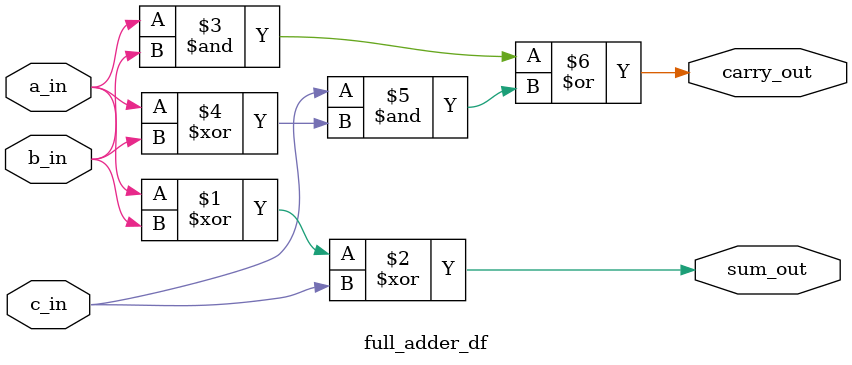
<source format=v>
module full_adder_df (
    a_in,
    b_in,
    c_in,
    sum_out,
    carry_out
);

  input a_in, b_in, c_in;
  output sum_out, carry_out;

  assign sum_out   = a_in ^ b_in ^ c_in;
  assign carry_out = a_in & b_in | c_in & (a_in ^ b_in);

endmodule

</source>
